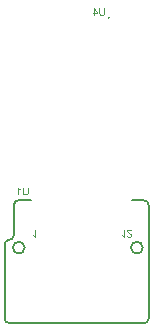
<source format=gbr>
%TF.GenerationSoftware,Altium Limited,Altium Designer,22.4.2 (48)*%
G04 Layer_Color=32896*
%FSLAX26Y26*%
%MOIN*%
%TF.SameCoordinates,EEB37D52-3F05-4F2D-94FA-AFEEE7D9EDB4*%
%TF.FilePolarity,Positive*%
%TF.FileFunction,Legend,Bot*%
%TF.Part,Single*%
G01*
G75*
%TA.AperFunction,NonConductor*%
%ADD60C,0.007874*%
%ADD62C,0.005906*%
G36*
X-150167Y-600083D02*
X-152169D01*
X-152333Y-599774D01*
X-152515Y-599464D01*
X-152933Y-598864D01*
X-153388Y-598299D01*
X-153625Y-598026D01*
X-153843Y-597771D01*
X-154062Y-597553D01*
X-154262Y-597335D01*
X-154444Y-597153D01*
X-154608Y-596989D01*
X-154735Y-596861D01*
X-154826Y-596770D01*
X-154899Y-596716D01*
X-154917Y-596698D01*
X-155663Y-596079D01*
X-156446Y-595515D01*
X-157210Y-595005D01*
X-157574Y-594787D01*
X-157920Y-594568D01*
X-158229Y-594386D01*
X-158521Y-594222D01*
X-158794Y-594077D01*
X-159012Y-593968D01*
X-159194Y-593877D01*
X-159340Y-593804D01*
X-159412Y-593768D01*
X-159449Y-593749D01*
Y-590764D01*
X-158903Y-590983D01*
X-158339Y-591238D01*
X-157793Y-591492D01*
X-157283Y-591747D01*
X-157065Y-591875D01*
X-156846Y-591984D01*
X-156664Y-592093D01*
X-156519Y-592184D01*
X-156391Y-592239D01*
X-156282Y-592293D01*
X-156227Y-592330D01*
X-156209Y-592348D01*
X-155554Y-592748D01*
X-155263Y-592948D01*
X-154972Y-593130D01*
X-154717Y-593331D01*
X-154480Y-593495D01*
X-154262Y-593677D01*
X-154043Y-593822D01*
X-153880Y-593968D01*
X-153716Y-594095D01*
X-153570Y-594222D01*
X-153461Y-594313D01*
X-153370Y-594386D01*
X-153315Y-594441D01*
X-153279Y-594477D01*
X-153261Y-594495D01*
Y-574803D01*
X-150167D01*
Y-600083D01*
D02*
G37*
G36*
X145109D02*
X143107D01*
X142943Y-599774D01*
X142761Y-599464D01*
X142343Y-598864D01*
X141888Y-598299D01*
X141651Y-598026D01*
X141433Y-597771D01*
X141214Y-597553D01*
X141014Y-597335D01*
X140832Y-597153D01*
X140668Y-596989D01*
X140541Y-596861D01*
X140450Y-596770D01*
X140377Y-596716D01*
X140359Y-596698D01*
X139613Y-596079D01*
X138830Y-595515D01*
X138066Y-595005D01*
X137702Y-594787D01*
X137356Y-594568D01*
X137046Y-594386D01*
X136755Y-594222D01*
X136482Y-594077D01*
X136264Y-593968D01*
X136082Y-593877D01*
X135936Y-593804D01*
X135863Y-593768D01*
X135827Y-593749D01*
Y-590764D01*
X136373Y-590983D01*
X136937Y-591238D01*
X137483Y-591492D01*
X137993Y-591747D01*
X138211Y-591875D01*
X138430Y-591984D01*
X138612Y-592093D01*
X138757Y-592184D01*
X138885Y-592239D01*
X138994Y-592293D01*
X139048Y-592330D01*
X139067Y-592348D01*
X139722Y-592748D01*
X140013Y-592948D01*
X140304Y-593130D01*
X140559Y-593331D01*
X140796Y-593495D01*
X141014Y-593677D01*
X141232Y-593822D01*
X141396Y-593968D01*
X141560Y-594095D01*
X141706Y-594222D01*
X141815Y-594313D01*
X141906Y-594386D01*
X141960Y-594441D01*
X141997Y-594477D01*
X142015Y-594495D01*
Y-574803D01*
X145109D01*
Y-600083D01*
D02*
G37*
G36*
X169279Y-577770D02*
X156939D01*
X157139Y-578079D01*
X157358Y-578389D01*
X157576Y-578662D01*
X157776Y-578916D01*
X157958Y-579116D01*
X158104Y-579280D01*
X158195Y-579389D01*
X158231Y-579426D01*
X158395Y-579608D01*
X158613Y-579808D01*
X158850Y-580027D01*
X159123Y-580281D01*
X159414Y-580536D01*
X159705Y-580809D01*
X160324Y-581337D01*
X160615Y-581592D01*
X160888Y-581828D01*
X161125Y-582047D01*
X161362Y-582229D01*
X161544Y-582393D01*
X161671Y-582502D01*
X161762Y-582593D01*
X161798Y-582611D01*
X162399Y-583120D01*
X162963Y-583612D01*
X163473Y-584067D01*
X163946Y-584486D01*
X164383Y-584886D01*
X164765Y-585250D01*
X165129Y-585577D01*
X165438Y-585869D01*
X165711Y-586142D01*
X165930Y-586378D01*
X166130Y-586578D01*
X166294Y-586742D01*
X166421Y-586870D01*
X166494Y-586961D01*
X166549Y-587015D01*
X166567Y-587034D01*
X166822Y-587343D01*
X167076Y-587634D01*
X167295Y-587925D01*
X167495Y-588198D01*
X167859Y-588726D01*
X168005Y-588963D01*
X168132Y-589181D01*
X168259Y-589381D01*
X168350Y-589563D01*
X168441Y-589727D01*
X168496Y-589855D01*
X168551Y-589964D01*
X168587Y-590037D01*
X168623Y-590091D01*
Y-590109D01*
X168824Y-590655D01*
X168987Y-591183D01*
X169097Y-591693D01*
X169169Y-592148D01*
X169188Y-592348D01*
X169206Y-592530D01*
X169224Y-592676D01*
X169242Y-592821D01*
Y-592930D01*
Y-593003D01*
Y-593058D01*
Y-593076D01*
X169224Y-593622D01*
X169151Y-594150D01*
X169042Y-594641D01*
X168915Y-595114D01*
X168751Y-595551D01*
X168569Y-595970D01*
X168369Y-596352D01*
X168187Y-596698D01*
X167986Y-597007D01*
X167786Y-597280D01*
X167604Y-597517D01*
X167440Y-597699D01*
X167313Y-597862D01*
X167204Y-597972D01*
X167131Y-598044D01*
X167113Y-598063D01*
X166694Y-598427D01*
X166257Y-598736D01*
X165802Y-598991D01*
X165329Y-599227D01*
X164856Y-599428D01*
X164365Y-599591D01*
X163910Y-599719D01*
X163455Y-599828D01*
X163036Y-599919D01*
X162636Y-599974D01*
X162290Y-600028D01*
X161980Y-600047D01*
X161726Y-600065D01*
X161544Y-600083D01*
X161380D01*
X160725Y-600065D01*
X160106Y-600010D01*
X159523Y-599919D01*
X158977Y-599792D01*
X158468Y-599646D01*
X157995Y-599482D01*
X157576Y-599318D01*
X157176Y-599155D01*
X156830Y-598973D01*
X156520Y-598809D01*
X156266Y-598645D01*
X156047Y-598500D01*
X155883Y-598390D01*
X155756Y-598281D01*
X155683Y-598226D01*
X155665Y-598208D01*
X155283Y-597844D01*
X154955Y-597444D01*
X154646Y-597025D01*
X154391Y-596588D01*
X154154Y-596134D01*
X153954Y-595678D01*
X153790Y-595242D01*
X153645Y-594805D01*
X153536Y-594404D01*
X153445Y-594022D01*
X153372Y-593677D01*
X153317Y-593385D01*
X153263Y-593149D01*
X153244Y-592967D01*
Y-592894D01*
X153226Y-592839D01*
Y-592821D01*
Y-592803D01*
X156411Y-592475D01*
X156429Y-592912D01*
X156466Y-593312D01*
X156539Y-593695D01*
X156611Y-594059D01*
X156721Y-594386D01*
X156830Y-594678D01*
X156957Y-594969D01*
X157085Y-595205D01*
X157194Y-595424D01*
X157321Y-595624D01*
X157430Y-595788D01*
X157540Y-595933D01*
X157612Y-596024D01*
X157685Y-596115D01*
X157722Y-596152D01*
X157740Y-596170D01*
X157995Y-596407D01*
X158286Y-596607D01*
X158577Y-596789D01*
X158868Y-596952D01*
X159178Y-597080D01*
X159469Y-597189D01*
X159760Y-597280D01*
X160033Y-597353D01*
X160306Y-597408D01*
X160543Y-597444D01*
X160761Y-597480D01*
X160961Y-597499D01*
X161107Y-597517D01*
X161325D01*
X161707Y-597499D01*
X162071Y-597462D01*
X162417Y-597408D01*
X162745Y-597317D01*
X163036Y-597226D01*
X163327Y-597116D01*
X163582Y-597007D01*
X163819Y-596880D01*
X164019Y-596770D01*
X164201Y-596643D01*
X164365Y-596534D01*
X164492Y-596443D01*
X164601Y-596352D01*
X164674Y-596297D01*
X164710Y-596261D01*
X164729Y-596243D01*
X164965Y-596006D01*
X165165Y-595751D01*
X165347Y-595496D01*
X165493Y-595223D01*
X165620Y-594969D01*
X165730Y-594714D01*
X165821Y-594459D01*
X165893Y-594222D01*
X165948Y-594004D01*
X165984Y-593804D01*
X166021Y-593622D01*
X166039Y-593458D01*
X166057Y-593331D01*
Y-593240D01*
Y-593167D01*
Y-593149D01*
X166039Y-592821D01*
X166003Y-592494D01*
X165930Y-592166D01*
X165839Y-591838D01*
X165602Y-591201D01*
X165457Y-590910D01*
X165329Y-590637D01*
X165202Y-590382D01*
X165056Y-590146D01*
X164947Y-589946D01*
X164838Y-589764D01*
X164729Y-589636D01*
X164656Y-589527D01*
X164619Y-589454D01*
X164601Y-589436D01*
X164310Y-589054D01*
X163946Y-588635D01*
X163564Y-588216D01*
X163127Y-587780D01*
X162690Y-587325D01*
X162217Y-586888D01*
X161762Y-586451D01*
X161289Y-586033D01*
X160852Y-585632D01*
X160433Y-585268D01*
X160069Y-584922D01*
X159724Y-584649D01*
X159451Y-584413D01*
X159341Y-584322D01*
X159250Y-584231D01*
X159178Y-584176D01*
X159123Y-584121D01*
X159087Y-584103D01*
X159068Y-584085D01*
X158595Y-583685D01*
X158140Y-583303D01*
X157722Y-582938D01*
X157321Y-582593D01*
X156957Y-582247D01*
X156630Y-581938D01*
X156338Y-581646D01*
X156065Y-581373D01*
X155811Y-581137D01*
X155610Y-580918D01*
X155428Y-580736D01*
X155283Y-580572D01*
X155174Y-580445D01*
X155101Y-580354D01*
X155046Y-580299D01*
X155028Y-580281D01*
X154537Y-579663D01*
X154118Y-579062D01*
X153772Y-578498D01*
X153608Y-578243D01*
X153481Y-577988D01*
X153372Y-577770D01*
X153263Y-577569D01*
X153172Y-577388D01*
X153117Y-577224D01*
X153062Y-577096D01*
X153026Y-577005D01*
X152990Y-576951D01*
Y-576933D01*
X152862Y-576550D01*
X152771Y-576168D01*
X152717Y-575804D01*
X152680Y-575495D01*
X152662Y-575203D01*
X152644Y-575094D01*
Y-574985D01*
Y-574912D01*
Y-574858D01*
Y-574821D01*
Y-574803D01*
X169279D01*
Y-577770D01*
D02*
G37*
G36*
X79312Y151787D02*
X79293Y151059D01*
X79275Y150367D01*
X79221Y149712D01*
X79166Y149112D01*
X79093Y148547D01*
X79020Y148038D01*
X78930Y147565D01*
X78838Y147128D01*
X78748Y146746D01*
X78656Y146418D01*
X78584Y146127D01*
X78511Y145890D01*
X78456Y145708D01*
X78402Y145581D01*
X78383Y145508D01*
X78365Y145472D01*
X78165Y145053D01*
X77947Y144671D01*
X77710Y144289D01*
X77455Y143961D01*
X77201Y143633D01*
X76927Y143360D01*
X76654Y143087D01*
X76400Y142851D01*
X76145Y142651D01*
X75927Y142469D01*
X75708Y142305D01*
X75526Y142177D01*
X75380Y142086D01*
X75253Y142014D01*
X75180Y141977D01*
X75162Y141959D01*
X74725Y141741D01*
X74270Y141559D01*
X73779Y141395D01*
X73306Y141249D01*
X72814Y141140D01*
X72341Y141031D01*
X71868Y140958D01*
X71413Y140885D01*
X70994Y140849D01*
X70594Y140812D01*
X70248Y140776D01*
X69939Y140758D01*
X69702Y140740D01*
X69356D01*
X68683Y140758D01*
X68064Y140794D01*
X67463Y140867D01*
X66899Y140958D01*
X66371Y141067D01*
X65898Y141176D01*
X65462Y141304D01*
X65043Y141431D01*
X64697Y141559D01*
X64370Y141686D01*
X64115Y141795D01*
X63878Y141904D01*
X63714Y141995D01*
X63587Y142068D01*
X63496Y142105D01*
X63478Y142123D01*
X63077Y142396D01*
X62695Y142687D01*
X62367Y142978D01*
X62058Y143288D01*
X61767Y143597D01*
X61512Y143888D01*
X61294Y144179D01*
X61093Y144471D01*
X60911Y144744D01*
X60766Y144980D01*
X60657Y145199D01*
X60547Y145399D01*
X60475Y145544D01*
X60420Y145672D01*
X60402Y145745D01*
X60384Y145763D01*
X60238Y146200D01*
X60093Y146673D01*
X59983Y147146D01*
X59874Y147656D01*
X59728Y148657D01*
X59674Y149148D01*
X59619Y149621D01*
X59583Y150058D01*
X59547Y150477D01*
X59528Y150841D01*
Y151168D01*
X59510Y151423D01*
Y151532D01*
Y151623D01*
Y151696D01*
Y151751D01*
Y151769D01*
Y151787D01*
Y166347D01*
X62841D01*
Y151805D01*
X62859Y150950D01*
X62913Y150167D01*
X62986Y149457D01*
X63077Y148802D01*
X63205Y148220D01*
X63332Y147692D01*
X63478Y147237D01*
X63623Y146837D01*
X63769Y146473D01*
X63914Y146181D01*
X64042Y145927D01*
X64169Y145726D01*
X64260Y145581D01*
X64333Y145472D01*
X64388Y145417D01*
X64406Y145399D01*
X64715Y145108D01*
X65079Y144853D01*
X65462Y144634D01*
X65880Y144434D01*
X66317Y144289D01*
X66754Y144143D01*
X67191Y144034D01*
X67609Y143943D01*
X68028Y143888D01*
X68410Y143834D01*
X68737Y143797D01*
X69047Y143761D01*
X69302D01*
X69484Y143743D01*
X69647D01*
X70048Y143761D01*
X70412Y143779D01*
X70776Y143815D01*
X71122Y143870D01*
X71449Y143943D01*
X71740Y144016D01*
X72013Y144088D01*
X72268Y144161D01*
X72505Y144234D01*
X72705Y144307D01*
X72869Y144380D01*
X73014Y144452D01*
X73142Y144507D01*
X73215Y144543D01*
X73269Y144580D01*
X73287D01*
X73561Y144744D01*
X73797Y144926D01*
X74034Y145108D01*
X74234Y145308D01*
X74434Y145508D01*
X74598Y145708D01*
X74889Y146090D01*
X75108Y146436D01*
X75198Y146582D01*
X75253Y146709D01*
X75308Y146818D01*
X75344Y146891D01*
X75380Y146946D01*
Y146964D01*
X75490Y147273D01*
X75581Y147619D01*
X75653Y148001D01*
X75726Y148384D01*
X75835Y149184D01*
X75872Y149585D01*
X75908Y149967D01*
X75927Y150349D01*
X75945Y150695D01*
X75963Y151004D01*
Y151277D01*
X75981Y151496D01*
Y151660D01*
Y151769D01*
Y151805D01*
Y166347D01*
X79312D01*
Y151787D01*
D02*
G37*
G36*
X56216Y150022D02*
Y147182D01*
X45296D01*
Y141158D01*
X42202D01*
Y147182D01*
X38798D01*
Y150022D01*
X42202D01*
Y166347D01*
X44732D01*
X56216Y150022D01*
D02*
G37*
G36*
X-208620Y-432342D02*
X-208438Y-432651D01*
X-208019Y-433252D01*
X-207564Y-433816D01*
X-207328Y-434089D01*
X-207109Y-434344D01*
X-206891Y-434562D01*
X-206691Y-434781D01*
X-206509Y-434963D01*
X-206345Y-435127D01*
X-206218Y-435254D01*
X-206127Y-435345D01*
X-206054Y-435400D01*
X-206036Y-435418D01*
X-205289Y-436037D01*
X-204507Y-436601D01*
X-203742Y-437111D01*
X-203378Y-437329D01*
X-203033Y-437547D01*
X-202723Y-437729D01*
X-202432Y-437893D01*
X-202159Y-438039D01*
X-201941Y-438148D01*
X-201759Y-438239D01*
X-201613Y-438312D01*
X-201540Y-438348D01*
X-201504Y-438366D01*
Y-441351D01*
X-202050Y-441133D01*
X-202614Y-440878D01*
X-203160Y-440623D01*
X-203670Y-440368D01*
X-203888Y-440241D01*
X-204106Y-440132D01*
X-204288Y-440022D01*
X-204434Y-439932D01*
X-204561Y-439877D01*
X-204671Y-439822D01*
X-204725Y-439786D01*
X-204743Y-439768D01*
X-205399Y-439367D01*
X-205690Y-439167D01*
X-205981Y-438985D01*
X-206236Y-438785D01*
X-206472Y-438621D01*
X-206691Y-438439D01*
X-206909Y-438293D01*
X-207073Y-438148D01*
X-207237Y-438021D01*
X-207382Y-437893D01*
X-207492Y-437802D01*
X-207583Y-437729D01*
X-207637Y-437675D01*
X-207674Y-437638D01*
X-207692Y-437620D01*
Y-457312D01*
X-210786D01*
Y-432033D01*
X-208784D01*
X-208620Y-432342D01*
D02*
G37*
G36*
X-175041Y-446684D02*
X-175059Y-447412D01*
X-175077Y-448103D01*
X-175132Y-448759D01*
X-175187Y-449359D01*
X-175259Y-449923D01*
X-175332Y-450433D01*
X-175423Y-450906D01*
X-175514Y-451343D01*
X-175605Y-451725D01*
X-175696Y-452053D01*
X-175769Y-452344D01*
X-175842Y-452580D01*
X-175896Y-452762D01*
X-175951Y-452890D01*
X-175969Y-452963D01*
X-175987Y-452999D01*
X-176188Y-453418D01*
X-176406Y-453800D01*
X-176643Y-454182D01*
X-176897Y-454510D01*
X-177152Y-454837D01*
X-177425Y-455110D01*
X-177698Y-455383D01*
X-177953Y-455620D01*
X-178208Y-455820D01*
X-178426Y-456002D01*
X-178645Y-456166D01*
X-178827Y-456293D01*
X-178972Y-456384D01*
X-179100Y-456457D01*
X-179172Y-456493D01*
X-179191Y-456512D01*
X-179627Y-456730D01*
X-180082Y-456912D01*
X-180574Y-457076D01*
X-181047Y-457221D01*
X-181538Y-457331D01*
X-182012Y-457440D01*
X-182485Y-457513D01*
X-182940Y-457586D01*
X-183358Y-457622D01*
X-183759Y-457658D01*
X-184105Y-457695D01*
X-184414Y-457713D01*
X-184651Y-457731D01*
X-184996D01*
X-185670Y-457713D01*
X-186289Y-457676D01*
X-186889Y-457604D01*
X-187453Y-457513D01*
X-187981Y-457404D01*
X-188454Y-457294D01*
X-188891Y-457167D01*
X-189310Y-457039D01*
X-189656Y-456912D01*
X-189983Y-456785D01*
X-190238Y-456675D01*
X-190475Y-456566D01*
X-190638Y-456475D01*
X-190766Y-456402D01*
X-190857Y-456366D01*
X-190875Y-456348D01*
X-191275Y-456075D01*
X-191658Y-455784D01*
X-191985Y-455493D01*
X-192295Y-455183D01*
X-192586Y-454874D01*
X-192841Y-454582D01*
X-193059Y-454291D01*
X-193259Y-454000D01*
X-193441Y-453727D01*
X-193587Y-453490D01*
X-193696Y-453272D01*
X-193805Y-453072D01*
X-193878Y-452926D01*
X-193933Y-452799D01*
X-193951Y-452726D01*
X-193969Y-452708D01*
X-194115Y-452271D01*
X-194260Y-451798D01*
X-194369Y-451325D01*
X-194479Y-450815D01*
X-194624Y-449814D01*
X-194679Y-449323D01*
X-194733Y-448849D01*
X-194770Y-448413D01*
X-194806Y-447994D01*
X-194824Y-447630D01*
Y-447303D01*
X-194843Y-447048D01*
Y-446938D01*
Y-446848D01*
Y-446775D01*
Y-446720D01*
Y-446702D01*
Y-446684D01*
Y-432124D01*
X-191512D01*
Y-446666D01*
X-191494Y-447521D01*
X-191439Y-448303D01*
X-191366Y-449013D01*
X-191275Y-449668D01*
X-191148Y-450251D01*
X-191021Y-450779D01*
X-190875Y-451234D01*
X-190729Y-451634D01*
X-190584Y-451998D01*
X-190438Y-452289D01*
X-190311Y-452544D01*
X-190183Y-452744D01*
X-190092Y-452890D01*
X-190020Y-452999D01*
X-189965Y-453054D01*
X-189947Y-453072D01*
X-189637Y-453363D01*
X-189273Y-453618D01*
X-188891Y-453836D01*
X-188473Y-454036D01*
X-188036Y-454182D01*
X-187599Y-454328D01*
X-187162Y-454437D01*
X-186744Y-454528D01*
X-186325Y-454582D01*
X-185943Y-454637D01*
X-185615Y-454673D01*
X-185306Y-454710D01*
X-185051D01*
X-184869Y-454728D01*
X-184705D01*
X-184305Y-454710D01*
X-183941Y-454692D01*
X-183577Y-454655D01*
X-183231Y-454601D01*
X-182903Y-454528D01*
X-182612Y-454455D01*
X-182339Y-454382D01*
X-182084Y-454310D01*
X-181848Y-454237D01*
X-181648Y-454164D01*
X-181484Y-454091D01*
X-181338Y-454018D01*
X-181211Y-453964D01*
X-181138Y-453927D01*
X-181083Y-453891D01*
X-181065D01*
X-180792Y-453727D01*
X-180556Y-453545D01*
X-180319Y-453363D01*
X-180119Y-453163D01*
X-179919Y-452963D01*
X-179755Y-452762D01*
X-179464Y-452380D01*
X-179245Y-452034D01*
X-179154Y-451889D01*
X-179100Y-451762D01*
X-179045Y-451652D01*
X-179009Y-451579D01*
X-178972Y-451525D01*
Y-451507D01*
X-178863Y-451197D01*
X-178772Y-450851D01*
X-178699Y-450469D01*
X-178626Y-450087D01*
X-178517Y-449286D01*
X-178481Y-448886D01*
X-178444Y-448504D01*
X-178426Y-448122D01*
X-178408Y-447776D01*
X-178390Y-447466D01*
Y-447193D01*
X-178372Y-446975D01*
Y-446811D01*
Y-446702D01*
Y-446666D01*
Y-432124D01*
X-175041D01*
Y-446684D01*
D02*
G37*
%LPC*%
G36*
X45296Y161378D02*
Y150022D01*
X53195D01*
X45296Y161378D01*
D02*
G37*
%LPD*%
D60*
X92520Y133858D02*
G03*
X92520Y133858I-1968J0D01*
G01*
D62*
X-255905Y-868110D02*
G03*
X-240157Y-883858I15748J0D01*
G01*
X-242126Y-606299D02*
G03*
X-255905Y-622047I984J-14764D01*
G01*
X-242126Y-606299D02*
G03*
X-224410Y-590551I984J16732D01*
G01*
X-208661Y-474409D02*
G03*
X-224410Y-488189I-984J-14764D01*
G01*
X208661Y-883858D02*
G03*
X224410Y-868110I0J15748D01*
G01*
Y-490158D02*
G03*
X208661Y-474409I-15748J0D01*
G01*
X-188976Y-631890D02*
G03*
X-188976Y-631890I-19685J0D01*
G01*
X204724D02*
G03*
X204724Y-631890I-19685J0D01*
G01*
X-240157Y-883858D02*
X208661D01*
X224410Y-868110D02*
Y-490158D01*
X169291Y-474409D02*
X208661D01*
X-208661D02*
X-169291D01*
X-224410Y-590551D02*
Y-488189D01*
X-255905Y-868110D02*
Y-622047D01*
%TF.MD5,fd8d16ffc12233e86631a0ec4d328f23*%
M02*

</source>
